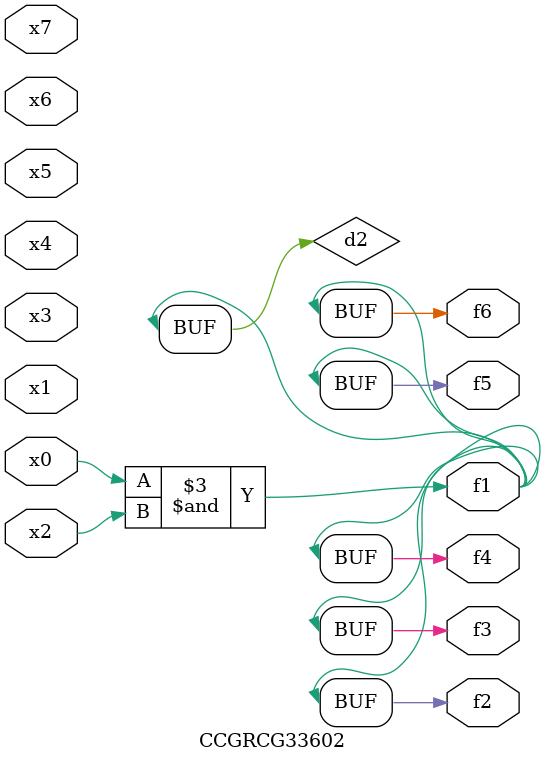
<source format=v>
module CCGRCG33602(
	input x0, x1, x2, x3, x4, x5, x6, x7,
	output f1, f2, f3, f4, f5, f6
);

	wire d1, d2;

	nor (d1, x3, x6);
	and (d2, x0, x2);
	assign f1 = d2;
	assign f2 = d2;
	assign f3 = d2;
	assign f4 = d2;
	assign f5 = d2;
	assign f6 = d2;
endmodule

</source>
